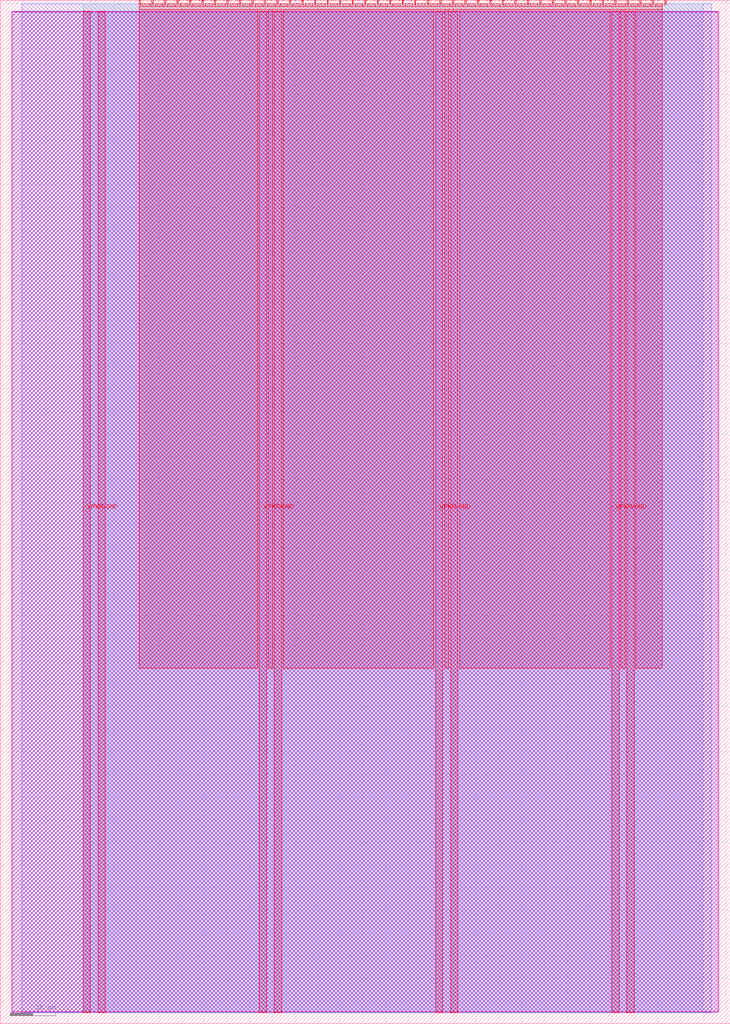
<source format=lef>
VERSION 5.7 ;
  NOWIREEXTENSIONATPIN ON ;
  DIVIDERCHAR "/" ;
  BUSBITCHARS "[]" ;
MACRO tt_um_moody_mimosa
  CLASS BLOCK ;
  FOREIGN tt_um_moody_mimosa ;
  ORIGIN 0.000 0.000 ;
  SIZE 161.000 BY 225.760 ;
  PIN VGND
    DIRECTION INOUT ;
    USE GROUND ;
    PORT
      LAYER met4 ;
        RECT 21.580 2.480 23.180 223.280 ;
    END
    PORT
      LAYER met4 ;
        RECT 60.450 2.480 62.050 223.280 ;
    END
    PORT
      LAYER met4 ;
        RECT 99.320 2.480 100.920 223.280 ;
    END
    PORT
      LAYER met4 ;
        RECT 138.190 2.480 139.790 223.280 ;
    END
  END VGND
  PIN VPWR
    DIRECTION INOUT ;
    USE POWER ;
    PORT
      LAYER met4 ;
        RECT 18.280 2.480 19.880 223.280 ;
    END
    PORT
      LAYER met4 ;
        RECT 57.150 2.480 58.750 223.280 ;
    END
    PORT
      LAYER met4 ;
        RECT 96.020 2.480 97.620 223.280 ;
    END
    PORT
      LAYER met4 ;
        RECT 134.890 2.480 136.490 223.280 ;
    END
  END VPWR
  PIN clk
    DIRECTION INPUT ;
    USE SIGNAL ;
    ANTENNAGATEAREA 0.852000 ;
    PORT
      LAYER met4 ;
        RECT 143.830 224.760 144.130 225.760 ;
    END
  END clk
  PIN ena
    DIRECTION INPUT ;
    USE SIGNAL ;
    PORT
      LAYER met4 ;
        RECT 146.590 224.760 146.890 225.760 ;
    END
  END ena
  PIN rst_n
    DIRECTION INPUT ;
    USE SIGNAL ;
    ANTENNAGATEAREA 0.159000 ;
    PORT
      LAYER met4 ;
        RECT 141.070 224.760 141.370 225.760 ;
    END
  END rst_n
  PIN ui_in[0]
    DIRECTION INPUT ;
    USE SIGNAL ;
    ANTENNAGATEAREA 0.196500 ;
    PORT
      LAYER met4 ;
        RECT 138.310 224.760 138.610 225.760 ;
    END
  END ui_in[0]
  PIN ui_in[1]
    DIRECTION INPUT ;
    USE SIGNAL ;
    ANTENNAGATEAREA 0.196500 ;
    PORT
      LAYER met4 ;
        RECT 135.550 224.760 135.850 225.760 ;
    END
  END ui_in[1]
  PIN ui_in[2]
    DIRECTION INPUT ;
    USE SIGNAL ;
    ANTENNAGATEAREA 0.213000 ;
    PORT
      LAYER met4 ;
        RECT 132.790 224.760 133.090 225.760 ;
    END
  END ui_in[2]
  PIN ui_in[3]
    DIRECTION INPUT ;
    USE SIGNAL ;
    ANTENNAGATEAREA 0.159000 ;
    PORT
      LAYER met4 ;
        RECT 130.030 224.760 130.330 225.760 ;
    END
  END ui_in[3]
  PIN ui_in[4]
    DIRECTION INPUT ;
    USE SIGNAL ;
    ANTENNAGATEAREA 0.196500 ;
    PORT
      LAYER met4 ;
        RECT 127.270 224.760 127.570 225.760 ;
    END
  END ui_in[4]
  PIN ui_in[5]
    DIRECTION INPUT ;
    USE SIGNAL ;
    ANTENNAGATEAREA 0.196500 ;
    PORT
      LAYER met4 ;
        RECT 124.510 224.760 124.810 225.760 ;
    END
  END ui_in[5]
  PIN ui_in[6]
    DIRECTION INPUT ;
    USE SIGNAL ;
    ANTENNAGATEAREA 0.213000 ;
    PORT
      LAYER met4 ;
        RECT 121.750 224.760 122.050 225.760 ;
    END
  END ui_in[6]
  PIN ui_in[7]
    DIRECTION INPUT ;
    USE SIGNAL ;
    ANTENNAGATEAREA 0.196500 ;
    PORT
      LAYER met4 ;
        RECT 118.990 224.760 119.290 225.760 ;
    END
  END ui_in[7]
  PIN uio_in[0]
    DIRECTION INPUT ;
    USE SIGNAL ;
    ANTENNAGATEAREA 0.213000 ;
    PORT
      LAYER met4 ;
        RECT 116.230 224.760 116.530 225.760 ;
    END
  END uio_in[0]
  PIN uio_in[1]
    DIRECTION INPUT ;
    USE SIGNAL ;
    ANTENNAGATEAREA 0.196500 ;
    PORT
      LAYER met4 ;
        RECT 113.470 224.760 113.770 225.760 ;
    END
  END uio_in[1]
  PIN uio_in[2]
    DIRECTION INPUT ;
    USE SIGNAL ;
    ANTENNAGATEAREA 0.196500 ;
    PORT
      LAYER met4 ;
        RECT 110.710 224.760 111.010 225.760 ;
    END
  END uio_in[2]
  PIN uio_in[3]
    DIRECTION INPUT ;
    USE SIGNAL ;
    PORT
      LAYER met4 ;
        RECT 107.950 224.760 108.250 225.760 ;
    END
  END uio_in[3]
  PIN uio_in[4]
    DIRECTION INPUT ;
    USE SIGNAL ;
    PORT
      LAYER met4 ;
        RECT 105.190 224.760 105.490 225.760 ;
    END
  END uio_in[4]
  PIN uio_in[5]
    DIRECTION INPUT ;
    USE SIGNAL ;
    PORT
      LAYER met4 ;
        RECT 102.430 224.760 102.730 225.760 ;
    END
  END uio_in[5]
  PIN uio_in[6]
    DIRECTION INPUT ;
    USE SIGNAL ;
    PORT
      LAYER met4 ;
        RECT 99.670 224.760 99.970 225.760 ;
    END
  END uio_in[6]
  PIN uio_in[7]
    DIRECTION INPUT ;
    USE SIGNAL ;
    PORT
      LAYER met4 ;
        RECT 96.910 224.760 97.210 225.760 ;
    END
  END uio_in[7]
  PIN uio_oe[0]
    DIRECTION OUTPUT ;
    USE SIGNAL ;
    PORT
      LAYER met4 ;
        RECT 49.990 224.760 50.290 225.760 ;
    END
  END uio_oe[0]
  PIN uio_oe[1]
    DIRECTION OUTPUT ;
    USE SIGNAL ;
    PORT
      LAYER met4 ;
        RECT 47.230 224.760 47.530 225.760 ;
    END
  END uio_oe[1]
  PIN uio_oe[2]
    DIRECTION OUTPUT ;
    USE SIGNAL ;
    PORT
      LAYER met4 ;
        RECT 44.470 224.760 44.770 225.760 ;
    END
  END uio_oe[2]
  PIN uio_oe[3]
    DIRECTION OUTPUT ;
    USE SIGNAL ;
    PORT
      LAYER met4 ;
        RECT 41.710 224.760 42.010 225.760 ;
    END
  END uio_oe[3]
  PIN uio_oe[4]
    DIRECTION OUTPUT ;
    USE SIGNAL ;
    PORT
      LAYER met4 ;
        RECT 38.950 224.760 39.250 225.760 ;
    END
  END uio_oe[4]
  PIN uio_oe[5]
    DIRECTION OUTPUT ;
    USE SIGNAL ;
    PORT
      LAYER met4 ;
        RECT 36.190 224.760 36.490 225.760 ;
    END
  END uio_oe[5]
  PIN uio_oe[6]
    DIRECTION OUTPUT ;
    USE SIGNAL ;
    PORT
      LAYER met4 ;
        RECT 33.430 224.760 33.730 225.760 ;
    END
  END uio_oe[6]
  PIN uio_oe[7]
    DIRECTION OUTPUT ;
    USE SIGNAL ;
    PORT
      LAYER met4 ;
        RECT 30.670 224.760 30.970 225.760 ;
    END
  END uio_oe[7]
  PIN uio_out[0]
    DIRECTION OUTPUT ;
    USE SIGNAL ;
    PORT
      LAYER met4 ;
        RECT 72.070 224.760 72.370 225.760 ;
    END
  END uio_out[0]
  PIN uio_out[1]
    DIRECTION OUTPUT ;
    USE SIGNAL ;
    PORT
      LAYER met4 ;
        RECT 69.310 224.760 69.610 225.760 ;
    END
  END uio_out[1]
  PIN uio_out[2]
    DIRECTION OUTPUT ;
    USE SIGNAL ;
    PORT
      LAYER met4 ;
        RECT 66.550 224.760 66.850 225.760 ;
    END
  END uio_out[2]
  PIN uio_out[3]
    DIRECTION OUTPUT ;
    USE SIGNAL ;
    ANTENNADIFFAREA 0.445500 ;
    PORT
      LAYER met4 ;
        RECT 63.790 224.760 64.090 225.760 ;
    END
  END uio_out[3]
  PIN uio_out[4]
    DIRECTION OUTPUT ;
    USE SIGNAL ;
    ANTENNADIFFAREA 0.445500 ;
    PORT
      LAYER met4 ;
        RECT 61.030 224.760 61.330 225.760 ;
    END
  END uio_out[4]
  PIN uio_out[5]
    DIRECTION OUTPUT ;
    USE SIGNAL ;
    ANTENNADIFFAREA 0.445500 ;
    PORT
      LAYER met4 ;
        RECT 58.270 224.760 58.570 225.760 ;
    END
  END uio_out[5]
  PIN uio_out[6]
    DIRECTION OUTPUT ;
    USE SIGNAL ;
    ANTENNADIFFAREA 0.445500 ;
    PORT
      LAYER met4 ;
        RECT 55.510 224.760 55.810 225.760 ;
    END
  END uio_out[6]
  PIN uio_out[7]
    DIRECTION OUTPUT ;
    USE SIGNAL ;
    ANTENNADIFFAREA 0.445500 ;
    PORT
      LAYER met4 ;
        RECT 52.750 224.760 53.050 225.760 ;
    END
  END uio_out[7]
  PIN uo_out[0]
    DIRECTION OUTPUT ;
    USE SIGNAL ;
    ANTENNADIFFAREA 0.445500 ;
    PORT
      LAYER met4 ;
        RECT 94.150 224.760 94.450 225.760 ;
    END
  END uo_out[0]
  PIN uo_out[1]
    DIRECTION OUTPUT ;
    USE SIGNAL ;
    ANTENNADIFFAREA 0.445500 ;
    PORT
      LAYER met4 ;
        RECT 91.390 224.760 91.690 225.760 ;
    END
  END uo_out[1]
  PIN uo_out[2]
    DIRECTION OUTPUT ;
    USE SIGNAL ;
    ANTENNADIFFAREA 0.445500 ;
    PORT
      LAYER met4 ;
        RECT 88.630 224.760 88.930 225.760 ;
    END
  END uo_out[2]
  PIN uo_out[3]
    DIRECTION OUTPUT ;
    USE SIGNAL ;
    ANTENNADIFFAREA 0.445500 ;
    PORT
      LAYER met4 ;
        RECT 85.870 224.760 86.170 225.760 ;
    END
  END uo_out[3]
  PIN uo_out[4]
    DIRECTION OUTPUT ;
    USE SIGNAL ;
    ANTENNADIFFAREA 0.795200 ;
    PORT
      LAYER met4 ;
        RECT 83.110 224.760 83.410 225.760 ;
    END
  END uo_out[4]
  PIN uo_out[5]
    DIRECTION OUTPUT ;
    USE SIGNAL ;
    ANTENNADIFFAREA 0.795200 ;
    PORT
      LAYER met4 ;
        RECT 80.350 224.760 80.650 225.760 ;
    END
  END uo_out[5]
  PIN uo_out[6]
    DIRECTION OUTPUT ;
    USE SIGNAL ;
    ANTENNADIFFAREA 0.795200 ;
    PORT
      LAYER met4 ;
        RECT 77.590 224.760 77.890 225.760 ;
    END
  END uo_out[6]
  PIN uo_out[7]
    DIRECTION OUTPUT ;
    USE SIGNAL ;
    ANTENNADIFFAREA 0.795200 ;
    PORT
      LAYER met4 ;
        RECT 74.830 224.760 75.130 225.760 ;
    END
  END uo_out[7]
  OBS
      LAYER nwell ;
        RECT 2.570 2.635 158.430 223.230 ;
      LAYER li1 ;
        RECT 2.760 2.635 158.240 223.125 ;
      LAYER met1 ;
        RECT 2.760 2.480 158.240 223.280 ;
      LAYER met2 ;
        RECT 4.700 2.535 156.760 224.925 ;
      LAYER met3 ;
        RECT 18.290 2.555 154.955 224.905 ;
      LAYER met4 ;
        RECT 31.370 224.360 33.030 224.905 ;
        RECT 34.130 224.360 35.790 224.905 ;
        RECT 36.890 224.360 38.550 224.905 ;
        RECT 39.650 224.360 41.310 224.905 ;
        RECT 42.410 224.360 44.070 224.905 ;
        RECT 45.170 224.360 46.830 224.905 ;
        RECT 47.930 224.360 49.590 224.905 ;
        RECT 50.690 224.360 52.350 224.905 ;
        RECT 53.450 224.360 55.110 224.905 ;
        RECT 56.210 224.360 57.870 224.905 ;
        RECT 58.970 224.360 60.630 224.905 ;
        RECT 61.730 224.360 63.390 224.905 ;
        RECT 64.490 224.360 66.150 224.905 ;
        RECT 67.250 224.360 68.910 224.905 ;
        RECT 70.010 224.360 71.670 224.905 ;
        RECT 72.770 224.360 74.430 224.905 ;
        RECT 75.530 224.360 77.190 224.905 ;
        RECT 78.290 224.360 79.950 224.905 ;
        RECT 81.050 224.360 82.710 224.905 ;
        RECT 83.810 224.360 85.470 224.905 ;
        RECT 86.570 224.360 88.230 224.905 ;
        RECT 89.330 224.360 90.990 224.905 ;
        RECT 92.090 224.360 93.750 224.905 ;
        RECT 94.850 224.360 96.510 224.905 ;
        RECT 97.610 224.360 99.270 224.905 ;
        RECT 100.370 224.360 102.030 224.905 ;
        RECT 103.130 224.360 104.790 224.905 ;
        RECT 105.890 224.360 107.550 224.905 ;
        RECT 108.650 224.360 110.310 224.905 ;
        RECT 111.410 224.360 113.070 224.905 ;
        RECT 114.170 224.360 115.830 224.905 ;
        RECT 116.930 224.360 118.590 224.905 ;
        RECT 119.690 224.360 121.350 224.905 ;
        RECT 122.450 224.360 124.110 224.905 ;
        RECT 125.210 224.360 126.870 224.905 ;
        RECT 127.970 224.360 129.630 224.905 ;
        RECT 130.730 224.360 132.390 224.905 ;
        RECT 133.490 224.360 135.150 224.905 ;
        RECT 136.250 224.360 137.910 224.905 ;
        RECT 139.010 224.360 140.670 224.905 ;
        RECT 141.770 224.360 143.430 224.905 ;
        RECT 144.530 224.360 145.985 224.905 ;
        RECT 30.655 223.680 145.985 224.360 ;
        RECT 30.655 78.375 56.750 223.680 ;
        RECT 59.150 78.375 60.050 223.680 ;
        RECT 62.450 78.375 95.620 223.680 ;
        RECT 98.020 78.375 98.920 223.680 ;
        RECT 101.320 78.375 134.490 223.680 ;
        RECT 136.890 78.375 137.790 223.680 ;
        RECT 140.190 78.375 145.985 223.680 ;
  END
END tt_um_moody_mimosa
END LIBRARY


</source>
